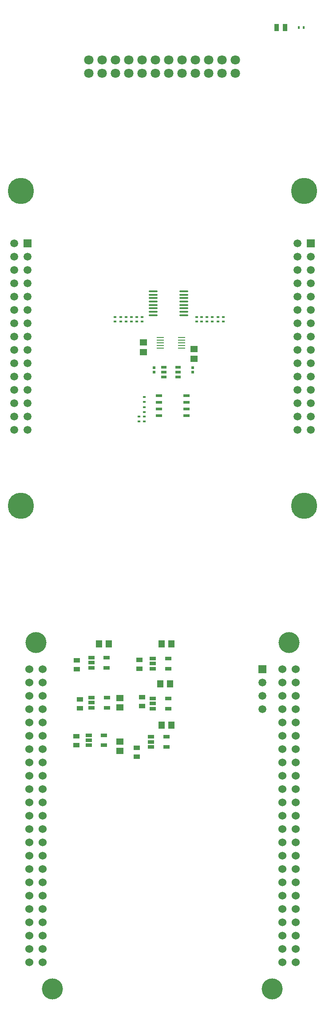
<source format=gbr>
G04 Layer_Color=255*
%FSLAX26Y26*%
%MOIN*%
%TF.FileFunction,Pads,Top*%
%TF.Part,Single*%
G01*
G75*
%TA.AperFunction,SMDPad,CuDef*%
%ADD10R,0.021654X0.017716*%
%ADD11R,0.051181X0.033465*%
G04:AMPARAMS|DCode=12|XSize=25.591mil|YSize=47.244mil|CornerRadius=1.919mil|HoleSize=0mil|Usage=FLASHONLY|Rotation=90.000|XOffset=0mil|YOffset=0mil|HoleType=Round|Shape=RoundedRectangle|*
%AMROUNDEDRECTD12*
21,1,0.025591,0.043406,0,0,90.0*
21,1,0.021752,0.047244,0,0,90.0*
1,1,0.003839,0.021703,0.010876*
1,1,0.003839,0.021703,-0.010876*
1,1,0.003839,-0.021703,-0.010876*
1,1,0.003839,-0.021703,0.010876*
%
%ADD12ROUNDEDRECTD12*%
%ADD13R,0.017716X0.021654*%
%ADD14R,0.057087X0.045276*%
%ADD15R,0.045276X0.057087*%
%ADD16R,0.037402X0.053150*%
G04:AMPARAMS|DCode=17|XSize=21.654mil|YSize=49.213mil|CornerRadius=1.949mil|HoleSize=0mil|Usage=FLASHONLY|Rotation=90.000|XOffset=0mil|YOffset=0mil|HoleType=Round|Shape=RoundedRectangle|*
%AMROUNDEDRECTD17*
21,1,0.021654,0.045315,0,0,90.0*
21,1,0.017756,0.049213,0,0,90.0*
1,1,0.003898,0.022657,0.008878*
1,1,0.003898,0.022657,-0.008878*
1,1,0.003898,-0.022657,-0.008878*
1,1,0.003898,-0.022657,0.008878*
%
%ADD17ROUNDEDRECTD17*%
%ADD18O,0.057087X0.009842*%
%ADD19O,0.072835X0.013780*%
%ADD20R,0.039370X0.023622*%
%ADD21R,0.020472X0.020472*%
%TA.AperFunction,ComponentPad*%
%ADD23R,0.059055X0.059055*%
%ADD24C,0.059055*%
%ADD25R,0.059055X0.059055*%
%ADD26C,0.070866*%
%TA.AperFunction,WasherPad*%
%ADD27C,0.196850*%
%TA.AperFunction,ComponentPad*%
%ADD28C,0.157480*%
%ADD29C,0.060000*%
D10*
X525000Y-1962716D02*
D03*
X525000Y-1927283D02*
D03*
X485000Y-1927284D02*
D03*
X485000Y-1962717D02*
D03*
X-80000Y-1962716D02*
D03*
X-80000Y-1927283D02*
D03*
X-120000Y-1927284D02*
D03*
X-120000Y-1962717D02*
D03*
X-162676Y-1962716D02*
D03*
X-162676Y-1927283D02*
D03*
X15000Y-2529202D02*
D03*
X15000Y-2564635D02*
D03*
X-40000Y-1962716D02*
D03*
X-40000Y-1927283D02*
D03*
X0Y-1927284D02*
D03*
X0Y-1962717D02*
D03*
X445434Y-1962716D02*
D03*
X445434Y-1927283D02*
D03*
X570000Y-1962716D02*
D03*
X570000Y-1927283D02*
D03*
X607324Y-1962838D02*
D03*
X607324Y-1927406D02*
D03*
X407324Y-1962838D02*
D03*
X407324Y-1927406D02*
D03*
X14196Y-2640658D02*
D03*
X14196Y-2605224D02*
D03*
X-25804Y-2710658D02*
D03*
X-25804Y-2675224D02*
D03*
X14196Y-2675224D02*
D03*
X14196Y-2710658D02*
D03*
X-203819Y-1962716D02*
D03*
X-203819Y-1927284D02*
D03*
D11*
X0Y-4848465D02*
D03*
X0Y-4781535D02*
D03*
X-20000Y-4568465D02*
D03*
X-20000Y-4501535D02*
D03*
X-495000Y-5143465D02*
D03*
X-495000Y-5076535D02*
D03*
X-40000Y-5161535D02*
D03*
X-40000Y-5228465D02*
D03*
X-490000Y-4573465D02*
D03*
X-490000Y-4506535D02*
D03*
X-468622Y-4800158D02*
D03*
X-468622Y-4867086D02*
D03*
D12*
X-286929Y-5067598D02*
D03*
X-286929Y-5142401D02*
D03*
X-403071Y-5142401D02*
D03*
X-403071Y-5105000D02*
D03*
X-403071Y-5067598D02*
D03*
X194017Y-4792598D02*
D03*
X194017Y-4867401D02*
D03*
X77875Y-4867401D02*
D03*
X77875Y-4830000D02*
D03*
X77875Y-4792598D02*
D03*
X182049Y-5080315D02*
D03*
X182049Y-5155118D02*
D03*
X65907Y-5155118D02*
D03*
X65907Y-5117717D02*
D03*
X65907Y-5080315D02*
D03*
X-266929Y-4486220D02*
D03*
X-266929Y-4561024D02*
D03*
X-383071Y-4561024D02*
D03*
X-383071Y-4523622D02*
D03*
X-383071Y-4486220D02*
D03*
X-381692Y-4786220D02*
D03*
X-381692Y-4823622D02*
D03*
X-381692Y-4861024D02*
D03*
X-265550Y-4861024D02*
D03*
X-265550Y-4786220D02*
D03*
X77875Y-4492598D02*
D03*
X77875Y-4530000D02*
D03*
X77875Y-4567402D02*
D03*
X194017Y-4567402D02*
D03*
X194017Y-4492598D02*
D03*
D13*
X1211024Y245276D02*
D03*
X1175591Y245276D02*
D03*
D14*
X-168622Y-4788188D02*
D03*
X-168622Y-4859054D02*
D03*
X-168622Y-5114567D02*
D03*
X-168622Y-5185433D02*
D03*
X7324Y-2190556D02*
D03*
X7324Y-2119688D02*
D03*
X387324Y-2240556D02*
D03*
X387324Y-2169688D02*
D03*
D15*
X-253188Y-4383622D02*
D03*
X-324054Y-4383622D02*
D03*
X216812Y-4993622D02*
D03*
X145946Y-4993622D02*
D03*
X206812Y-4683622D02*
D03*
X135946Y-4683622D02*
D03*
X216812Y-4383622D02*
D03*
X145946Y-4383622D02*
D03*
D16*
X1072600Y243386D02*
D03*
X1009608Y243386D02*
D03*
D17*
X123978Y-2520122D02*
D03*
X123978Y-2570122D02*
D03*
X123978Y-2620122D02*
D03*
X123978Y-2670122D02*
D03*
X330670Y-2520122D02*
D03*
X330670Y-2570122D02*
D03*
X330670Y-2620122D02*
D03*
X330670Y-2670122D02*
D03*
D18*
X134472Y-2083570D02*
D03*
X134472Y-2103256D02*
D03*
X134472Y-2122940D02*
D03*
X134472Y-2142626D02*
D03*
X134472Y-2162310D02*
D03*
X293922Y-2083570D02*
D03*
X293922Y-2103256D02*
D03*
X293922Y-2122940D02*
D03*
X293922Y-2142626D02*
D03*
X293922Y-2162310D02*
D03*
D19*
X82166Y-1735556D02*
D03*
X82166Y-1761146D02*
D03*
X82166Y-1786736D02*
D03*
X82166Y-1812326D02*
D03*
X82166Y-1837918D02*
D03*
X82166Y-1863508D02*
D03*
X82166Y-1889098D02*
D03*
X82166Y-1914688D02*
D03*
X312482Y-1735556D02*
D03*
X312482Y-1761146D02*
D03*
X312482Y-1786736D02*
D03*
X312482Y-1812326D02*
D03*
X312482Y-1837918D02*
D03*
X312482Y-1863508D02*
D03*
X312482Y-1889098D02*
D03*
X312482Y-1914688D02*
D03*
D20*
X268330Y-2305538D02*
D03*
X268330Y-2342940D02*
D03*
X268330Y-2380342D02*
D03*
X160062Y-2380342D02*
D03*
X160062Y-2342940D02*
D03*
X160062Y-2305538D02*
D03*
D21*
X377324Y-2340870D02*
D03*
X377324Y-2309374D02*
D03*
X87324Y-2340870D02*
D03*
X87324Y-2309374D02*
D03*
D23*
X901378Y-4573621D02*
D03*
D24*
X901378Y-4673621D02*
D03*
X901378Y-4773621D02*
D03*
X901378Y-4873621D02*
D03*
X-961811Y-2776618D02*
D03*
X-961811Y-2676618D02*
D03*
X-961811Y-2576618D02*
D03*
X-961811Y-2476618D02*
D03*
X-961811Y-2376618D02*
D03*
X-961811Y-2276618D02*
D03*
X-961811Y-2176618D02*
D03*
X-961811Y-2076618D02*
D03*
X-961811Y-1976618D02*
D03*
X-961811Y-1876618D02*
D03*
X-961811Y-1776618D02*
D03*
X-961811Y-1676618D02*
D03*
X-961811Y-1576618D02*
D03*
X-961811Y-1476618D02*
D03*
X-961811Y-1376618D02*
D03*
X-861811Y-2776618D02*
D03*
X-861811Y-2676618D02*
D03*
X-861811Y-2576618D02*
D03*
X-861811Y-2476618D02*
D03*
X-861811Y-2376618D02*
D03*
X-861811Y-2276618D02*
D03*
X-861811Y-2176618D02*
D03*
X-861811Y-2076618D02*
D03*
X-861811Y-1976618D02*
D03*
X-861811Y-1876618D02*
D03*
X-861811Y-1776618D02*
D03*
X-861811Y-1676618D02*
D03*
X-861811Y-1576618D02*
D03*
X-861811Y-1476618D02*
D03*
X1264173Y-1476618D02*
D03*
X1264173Y-1576618D02*
D03*
X1264173Y-1676618D02*
D03*
X1264173Y-1776618D02*
D03*
X1264173Y-1876618D02*
D03*
X1264173Y-1976618D02*
D03*
X1264173Y-2076618D02*
D03*
X1264173Y-2176618D02*
D03*
X1264173Y-2276618D02*
D03*
X1264173Y-2376618D02*
D03*
X1264173Y-2476618D02*
D03*
X1264173Y-2576618D02*
D03*
X1264173Y-2676618D02*
D03*
X1264173Y-2776618D02*
D03*
X1164173Y-1376618D02*
D03*
X1164173Y-1476618D02*
D03*
X1164173Y-1576618D02*
D03*
X1164173Y-1676618D02*
D03*
X1164173Y-1776618D02*
D03*
X1164173Y-1876618D02*
D03*
X1164173Y-1976618D02*
D03*
X1164173Y-2076618D02*
D03*
X1164173Y-2176618D02*
D03*
X1164173Y-2276618D02*
D03*
X1164173Y-2376618D02*
D03*
X1164173Y-2476618D02*
D03*
X1164173Y-2576618D02*
D03*
X1164173Y-2676618D02*
D03*
X1164173Y-2776618D02*
D03*
D25*
X-861811Y-1376618D02*
D03*
X1264173Y-1376618D02*
D03*
D26*
X600000Y-100000D02*
D03*
X600000Y0D02*
D03*
X500000Y0D02*
D03*
X400000Y0D02*
D03*
X300000Y0D02*
D03*
X200000Y0D02*
D03*
X100000Y0D02*
D03*
X0Y0D02*
D03*
X-100000Y0D02*
D03*
X-200000Y0D02*
D03*
X-300000Y0D02*
D03*
X-400000Y0D02*
D03*
X500000Y-100000D02*
D03*
X400000Y-100000D02*
D03*
X300000Y-100000D02*
D03*
X200000Y-100000D02*
D03*
X100000Y-100000D02*
D03*
X0Y-100000D02*
D03*
X-100000Y-100000D02*
D03*
X-200000Y-100000D02*
D03*
X-300000Y-100000D02*
D03*
X-400000Y-100000D02*
D03*
X700000Y0D02*
D03*
X700000Y-100000D02*
D03*
D27*
X-911810Y-982918D02*
D03*
X-911810Y-3345122D02*
D03*
X1214174Y-982918D02*
D03*
X1214174Y-3345122D02*
D03*
D28*
X-798622Y-4373622D02*
D03*
X1101378Y-4373622D02*
D03*
X976378Y-6973622D02*
D03*
X-673622Y-6973622D02*
D03*
D29*
X-748622Y-4573622D02*
D03*
X-748622Y-4673622D02*
D03*
X-748622Y-4773622D02*
D03*
X-748622Y-4873622D02*
D03*
X-748622Y-4973622D02*
D03*
X-748622Y-5073622D02*
D03*
X-748622Y-5173622D02*
D03*
X-748622Y-5273622D02*
D03*
X-748622Y-5373622D02*
D03*
X-748622Y-5473622D02*
D03*
X-748622Y-5573622D02*
D03*
X-748622Y-5673622D02*
D03*
X-748622Y-5773622D02*
D03*
X-748622Y-5873622D02*
D03*
X-748622Y-5973622D02*
D03*
X-748622Y-6073622D02*
D03*
X-748622Y-6173622D02*
D03*
X-748622Y-6273622D02*
D03*
X-748622Y-6373622D02*
D03*
X-748622Y-6473622D02*
D03*
X-748622Y-6573622D02*
D03*
X-748622Y-6673622D02*
D03*
X-748622Y-6773622D02*
D03*
X-848622Y-4673622D02*
D03*
X-848622Y-4773622D02*
D03*
X-848622Y-4873622D02*
D03*
X-848622Y-4973622D02*
D03*
X-848622Y-5073622D02*
D03*
X-848622Y-5173622D02*
D03*
X-848622Y-5273622D02*
D03*
X-848622Y-5373622D02*
D03*
X-848622Y-5473622D02*
D03*
X-848622Y-5573622D02*
D03*
X-848622Y-5673622D02*
D03*
X-848622Y-5773622D02*
D03*
X-848622Y-5873622D02*
D03*
X-848622Y-5973622D02*
D03*
X-848622Y-6073622D02*
D03*
X-848622Y-6173622D02*
D03*
X-848622Y-6273622D02*
D03*
X-848622Y-6373622D02*
D03*
X-848622Y-6473622D02*
D03*
X-848622Y-6573622D02*
D03*
X-848622Y-6673622D02*
D03*
X-848622Y-6773622D02*
D03*
X1051378Y-4573622D02*
D03*
X1151378Y-4573622D02*
D03*
X1151378Y-4673622D02*
D03*
X1151378Y-4773622D02*
D03*
X1151378Y-4873622D02*
D03*
X1151378Y-4973622D02*
D03*
X1151378Y-5073622D02*
D03*
X1151378Y-5173622D02*
D03*
X1151378Y-5273622D02*
D03*
X1151378Y-5373622D02*
D03*
X1151378Y-5473622D02*
D03*
X1151378Y-5573622D02*
D03*
X1151378Y-5673622D02*
D03*
X1151378Y-5773622D02*
D03*
X1151378Y-5873622D02*
D03*
X1151378Y-5973622D02*
D03*
X1151378Y-6073622D02*
D03*
X1151378Y-6173622D02*
D03*
X1151378Y-6273622D02*
D03*
X1151378Y-6373622D02*
D03*
X1151378Y-6473622D02*
D03*
X1151378Y-6573622D02*
D03*
X1151378Y-6673622D02*
D03*
X1151378Y-6773622D02*
D03*
X1051378Y-4673622D02*
D03*
X1051378Y-4773622D02*
D03*
X1051378Y-4873622D02*
D03*
X1051378Y-4973622D02*
D03*
X1051378Y-5073622D02*
D03*
X1051378Y-5173622D02*
D03*
X1051378Y-5273622D02*
D03*
X1051378Y-5373622D02*
D03*
X1051378Y-5473622D02*
D03*
X1051378Y-5573622D02*
D03*
X1051378Y-5673622D02*
D03*
X1051378Y-5773622D02*
D03*
X1051378Y-5873622D02*
D03*
X1051378Y-5973622D02*
D03*
X1051378Y-6073622D02*
D03*
X1051378Y-6173622D02*
D03*
X1051378Y-6273622D02*
D03*
X1051378Y-6373622D02*
D03*
X1051378Y-6473622D02*
D03*
X1051378Y-6573622D02*
D03*
X1051378Y-6673622D02*
D03*
X1051378Y-6773622D02*
D03*
X-848622Y-4573622D02*
D03*
%TF.MD5,34f8b99184e2897e9d840827840de2b4*%
M02*

</source>
